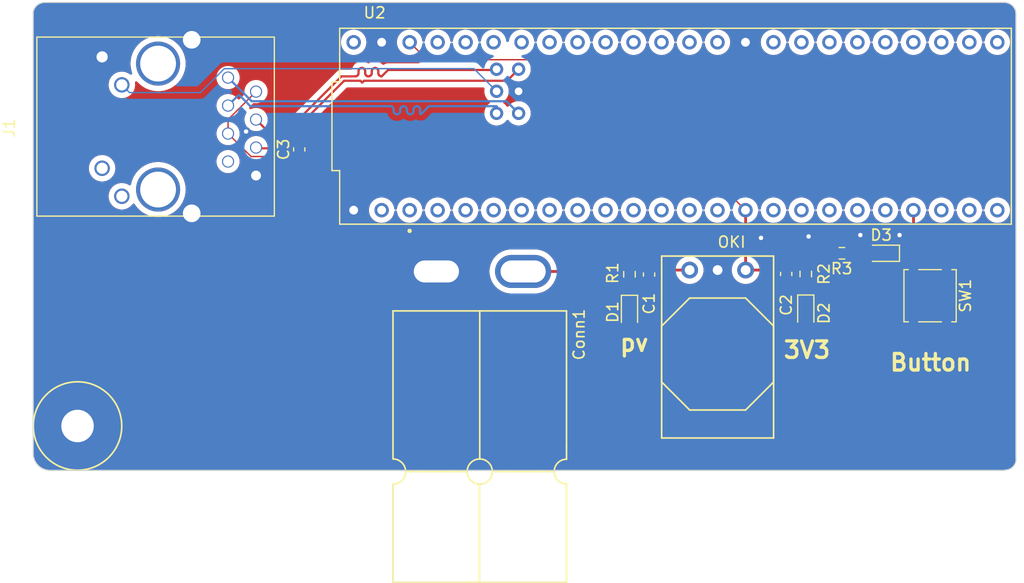
<source format=kicad_pcb>
(kicad_pcb (version 20221018) (generator pcbnew)
  (layers (0 "F.Cu" signal) (31 "B.Cu" signal) (34 "B.Paste" user) (35 "F.Paste" user) (36 "B.SilkS" user "B.Silkscreen") (37 "F.SilkS" user "F.Silkscreen") (38 "B.Mask" user) (39 "F.Mask" user) (44 "Edge.Cuts" user))
  (net 0 "")
  (net 1 "PV")
  (net 2 "GND")
  (net 3 "+3V3")
  (net 4 "Net-(C3-Pad2)")
  (net 5 "Net-(D1-A)")
  (net 6 "Net-(D2-A)")
  (net 7 "test_button")
  (net 8 "Net-(D3-A)")
  (net 10 "Net-(J1-Pad10)")
  (net 12 "/T+")
  (net 13 "/T-")
  (net 15 "/R+")
  (net 16 "/R-")
  (footprint "Resistor_SMD:R_0603_1608Metric_Pad0.98x0.95mm_HandSolder" (layer "F.Cu") (at 151.3605 93.599)
    (fp_text reference "R3" (at -0.0235 1.397) (layer "F.SilkS"))
    (fp_text value "120")
    (fp_line (start -0.254724 -0.5225) (end 0.254724 -0.5225) (stroke (width 0.12)) (layer "F.SilkS"))
    (fp_line (start -0.254724 0.5225) (end 0.254724 0.5225) (stroke (width 0.12)) (layer "F.SilkS"))
    (pad "1" smd roundrect (at -0.9125 0) (size 0.975 0.95) (layers "F.Cu" "F.Paste" "F.Mask") (net 3 "+3V3"))
    (pad "2" smd roundrect (at 0.9125 0) (size 0.975 0.95) (layers "F.Cu" "F.Paste" "F.Mask") (net 8 "Net-(D3-A)"))
  )
  (footprint "LED_SMD:LED_0603_1608Metric_Pad1.05x0.95mm_HandSolder" (layer "F.Cu") (at 154.926 93.599 180)
    (fp_text reference "D3" (at 0 1.651) (layer "F.SilkS"))
    (fp_text value "Blue")
    (fp_line (start -1.66 -0.735) (end -1.66 0.735) (stroke (width 0.12)) (layer "F.SilkS"))
    (fp_line (start -1.66 0.735) (end 0.8 0.735) (stroke (width 0.12)) (layer "F.SilkS"))
    (fp_line (start 0.8 -0.735) (end -1.66 -0.735) (stroke (width 0.12)) (layer "F.SilkS"))
    (pad "1" smd roundrect (at -0.875 0 180) (size 1.05 0.95) (layers "F.Cu" "F.Paste" "F.Mask") (net 7 "test_button"))
    (pad "2" smd roundrect (at 0.875 0 180) (size 1.05 0.95) (layers "F.Cu" "F.Paste" "F.Mask") (net 8 "Net-(D3-A)"))
  )
  (footprint "LED_SMD:LED_0603_1608Metric_Pad1.05x0.95mm_HandSolder" (layer "F.Cu") (at 148.082 99.046 -90)
    (fp_text reference "D2" (at 0 -1.651 90) (layer "F.SilkS"))
    (fp_text value "Green")
    (fp_line (start -1.66 -0.735) (end -1.66 0.735) (stroke (width 0.12)) (layer "F.SilkS"))
    (fp_line (start -1.66 0.735) (end 0.8 0.735) (stroke (width 0.12)) (layer "F.SilkS"))
    (fp_line (start 0.8 -0.735) (end -1.66 -0.735) (stroke (width 0.12)) (layer "F.SilkS"))
    (pad "1" smd roundrect (at -0.875 0 270) (size 1.05 0.95) (layers "F.Cu" "F.Paste" "F.Mask") (net 2 "GND"))
    (pad "2" smd roundrect (at 0.875 0 270) (size 1.05 0.95) (layers "F.Cu" "F.Paste" "F.Mask") (net 6 "Net-(D2-A)"))
  )
  (footprint "MRDT_Devices:OKI_Horizontal" (layer "F.Cu") (at 137.541 95.123)
    (fp_text reference "U1" hide)
    (fp_text value "OKI" (at 3.81 -2.54) (layer "F.SilkS"))
    (fp_line (start -2.54 -1.27) (end 7.62 -1.27) (stroke (width 0.15)) (layer "F.SilkS"))
    (fp_line (start -2.54 5.08) (end 0 2.54) (stroke (width 0.15)) (layer "F.SilkS"))
    (fp_line (start -2.54 10.16) (end -2.54 5.08) (stroke (width 0.15)) (layer "F.SilkS"))
    (fp_line (start -2.54 15.24) (end -2.54 -1.27) (stroke (width 0.15)) (layer "F.SilkS"))
    (fp_line (start -2.54 15.24) (end 7.62 15.24) (stroke (width 0.15)) (layer "F.SilkS"))
    (fp_line (start 0 2.54) (end 5.08 2.54) (stroke (width 0.15)) (layer "F.SilkS"))
    (fp_line (start 0 12.7) (end -2.54 10.16) (stroke (width 0.15)) (layer "F.SilkS"))
    (fp_line (start 5.08 2.54) (end 7.62 5.08) (stroke (width 0.15)) (layer "F.SilkS"))
    (fp_line (start 5.08 12.7) (end 0 12.7) (stroke (width 0.15)) (layer "F.SilkS"))
    (fp_line (start 7.62 -1.27) (end 7.62 15.24) (stroke (width 0.15)) (layer "F.SilkS"))
    (fp_line (start 7.62 5.08) (end 7.62 10.16) (stroke (width 0.15)) (layer "F.SilkS"))
    (fp_line (start 7.62 10.16) (end 5.08 12.7) (stroke (width 0.15)) (layer "F.SilkS"))
    (pad "1" thru_hole circle (at 0 0) (size 1.524 1.524) (drill 0.889) (layers "*.Cu" "*.Mask") (net 1 "PV"))
    (pad "2" thru_hole circle (at 2.54 0) (size 1.524 1.524) (drill 0.889) (layers "*.Cu" "*.Mask") (net 2 "GND"))
    (pad "3" thru_hole circle (at 5.08 0) (size 1.524 1.524) (drill 0.889) (layers "*.Cu" "*.Mask") (net 3 "+3V3"))
  )
  (footprint "MRDT_Connectors:Square_Anderson_2_H_Side_By_Side_PV" (layer "F.Cu") (at 114.254 95.1254 90)
    (fp_text reference "Conn1" (at -5.85 13.25 90) (layer "F.SilkS"))
    (fp_text value "AndersonPP")
    (fp_line (start -28.344 -3.637) (end -28.344 12.111) (stroke (width 0.15)) (layer "F.SilkS"))
    (fp_line (start -28.3186 -3.637) (end -20.5716 -3.637) (stroke (width 0.15)) (layer "F.SilkS"))
    (fp_line (start -28.3186 4.2116) (end -19.4286 4.2116) (stroke (width 0.15)) (layer "F.SilkS"))
    (fp_line (start -20.597 12.111) (end -19.4286 12.111) (stroke (width 0.15)) (layer "F.SilkS"))
    (fp_line (start -20.5716 12.111) (end -28.3186 12.111) (stroke (width 0.15)) (layer "F.SilkS"))
    (fp_line (start -19.4286 -3.637) (end -20.6478 -3.637) (stroke (width 0.15)) (layer "F.SilkS"))
    (fp_line (start -18.2856 -2.494) (end -18.2856 -1.3256) (stroke (width 0.15)) (layer "F.SilkS"))
    (fp_line (start -18.2856 1.951) (end -18.2856 -1.3256) (stroke (width 0.15)) (layer "F.SilkS"))
    (fp_line (start -18.2856 1.951) (end -18.2856 3.094) (stroke (width 0.15)) (layer "F.SilkS"))
    (fp_line (start -18.2856 6.523) (end -18.2856 5.38) (stroke (width 0.15)) (layer "F.SilkS"))
    (fp_line (start -18.2856 6.523) (end -18.2856 9.825) (stroke (width 0.15)) (layer "F.SilkS"))
    (fp_line (start -18.2856 9.7996) (end -18.2856 10.968) (stroke (width 0.15)) (layer "F.SilkS"))
    (fp_line (start -16.025 -3.637) (end -17.1172 -3.637) (stroke (width 0.15)) (layer "F.SilkS"))
    (fp_line (start -15.9996 -3.637) (end -3.706 -3.637) (stroke (width 0.15)) (layer "F.SilkS"))
    (fp_line (start -15.9996 4.237) (end -17.1426 4.237) (stroke (width 0.15)) (layer "F.SilkS"))
    (fp_line (start -15.9996 4.237) (end -3.706 4.237) (stroke (width 0.15)) (layer "F.SilkS"))
    (fp_line (start -15.9996 12.111) (end -3.706 12.111) (stroke (width 0.15)) (layer "F.SilkS"))
    (fp_line (start -15.9742 12.111) (end -17.168 12.111) (stroke (width 0.15)) (layer "F.SilkS"))
    (fp_line (start -3.706 -3.637) (end -3.706 12.111) (stroke (width 0.15)) (layer "F.SilkS"))
    (fp_arc (start -19.4032 12.111) (mid -19.075863 11.320737) (end -18.2856 10.9934) (stroke (width 0.15)) (layer "F.SilkS"))
    (fp_arc (start -18.2856 -2.494) (mid -19.093823 -2.828777) (end -19.4286 -3.637) (stroke (width 0.15)) (layer "F.SilkS"))
    (fp_arc (start -18.2856 10.9934) (mid -17.495337 11.320737) (end -17.168 12.111) (stroke (width 0.15)) (layer "F.SilkS"))
    (fp_arc (start -17.1426 -3.637) (mid -17.477377 -2.828777) (end -18.2856 -2.494) (stroke (width 0.15)) (layer "F.SilkS"))
    (fp_circle (center -18.2856 4.237) (end -18.2856 5.38) (stroke (width 0.15)) (fill none) (layer "F.SilkS"))
    (pad "1" thru_hole oval (at -0.1246 0.3 90) (size 3 5.1) (drill oval 2 4.1) (layers "*.Cu" "*.Mask") (net 2 "GND"))
    (pad "4" thru_hole oval (at -0.1246 8.174 90) (size 3 5.1) (drill oval 2 4.1) (layers "*.Cu" "*.Mask") (net 1 "PV"))
  )
  (footprint "Button_Switch_SMD:SW_SPST_TL3305A" (layer "F.Cu") (at 159.361 97.453 -90)
    (fp_text reference "SW1" (at 0 -3.2 90) (layer "F.SilkS"))
    (fp_text value "SW_Push")
    (fp_line (start -2.37 -2.37) (end -2.37 -1.97) (stroke (width 0.12)) (layer "F.SilkS"))
    (fp_line (start -2.37 -2.37) (end 2.37 -2.37) (stroke (width 0.12)) (layer "F.SilkS"))
    (fp_line (start -2.37 1.03) (end -2.37 -1.03) (stroke (width 0.12)) (layer "F.SilkS"))
    (fp_line (start -2.37 2.37) (end -2.37 1.97) (stroke (width 0.12)) (layer "F.SilkS"))
    (fp_line (start -2.37 2.37) (end 2.37 2.37) (stroke (width 0.12)) (layer "F.SilkS"))
    (fp_line (start 2.37 -2.37) (end 2.37 -1.97) (stroke (width 0.12)) (layer "F.SilkS"))
    (fp_line (start 2.37 1.03) (end 2.37 -1.03) (stroke (width 0.12)) (layer "F.SilkS"))
    (fp_line (start 2.37 2.37) (end 2.37 1.97) (stroke (width 0.12)) (layer "F.SilkS"))
    (pad "1" smd rect (at -3.6 -1.5 270) (size 1.6 1.4) (layers "F.Cu" "F.Paste" "F.Mask") (net 2 "GND"))
    (pad "1" smd rect (at 3.6 -1.5 270) (size 1.6 1.4) (layers "F.Cu" "F.Paste" "F.Mask") (net 2 "GND"))
    (pad "2" smd rect (at -3.6 1.5 270) (size 1.6 1.4) (layers "F.Cu" "F.Paste" "F.Mask") (net 7 "test_button"))
    (pad "2" smd rect (at 3.6 1.5 270) (size 1.6 1.4) (layers "F.Cu" "F.Paste" "F.Mask") (net 7 "test_button"))
  )
  (footprint "Resistor_SMD:R_0603_1608Metric_Pad0.98x0.95mm_HandSolder" (layer "F.Cu") (at 132.08 95.504 -90)
    (fp_text reference "R1" (at -0.1035 1.524 90) (layer "F.SilkS"))
    (fp_text value "3k")
    (fp_line (start -0.254724 -0.5225) (end 0.254724 -0.5225) (stroke (width 0.12)) (layer "F.SilkS"))
    (fp_line (start -0.254724 0.5225) (end 0.254724 0.5225) (stroke (width 0.12)) (layer "F.SilkS"))
    (pad "1" smd roundrect (at -0.9125 0 270) (size 0.975 0.95) (layers "F.Cu" "F.Paste" "F.Mask") (net 1 "PV"))
    (pad "2" smd roundrect (at 0.9125 0 270) (size 0.975 0.95) (layers "F.Cu" "F.Paste" "F.Mask") (net 5 "Net-(D1-A)"))
  )
  (footprint "Capacitor_SMD:C_0603_1608Metric_Pad1.08x0.95mm_HandSolder" (layer "F.Cu") (at 133.858 95.5305 -90)
    (fp_text reference "C1" (at 2.6405 0 90) (layer "F.SilkS"))
    (fp_text value "10uF")
    (fp_line (start -0.146267 -0.51) (end 0.146267 -0.51) (stroke (width 0.12)) (layer "F.SilkS"))
    (fp_line (start -0.146267 0.51) (end 0.146267 0.51) (stroke (width 0.12)) (layer "F.SilkS"))
    (pad "1" smd roundrect (at -0.8625 0 270) (size 1.075 0.95) (layers "F.Cu" "F.Paste" "F.Mask") (net 1 "PV"))
    (pad "2" smd roundrect (at 0.8625 0 270) (size 1.075 0.95) (layers "F.Cu" "F.Paste" "F.Mask") (net 2 "GND"))
  )
  (footprint "MRDT_Drill_Holes:4_40_Hole_Corner" (layer "F.Cu") (at 77.978 113.284)
    (fp_text reference "REF**" hide)
    (fp_text value "4_40_Hole" hide)
    (fp_circle (center 4.00812 -4.00812) (end 4.00812 0.00508) (stroke (width 0.15)) (fill none) (layer "F.SilkS"))
    (pad "" np_thru_hole circle (at 4.00812 -4.00812) (size 2.9464 2.9464) (drill 2.9464) (layers "*.Cu" "*.Mask") (clearance 2.5))
  )
  (footprint "Capacitor_SMD:C_0603_1608Metric_Pad1.08x0.95mm_HandSolder" (layer "F.Cu") (at 146.304 95.4775 -90)
    (fp_text reference "C2" (at 2.8205 0 90) (layer "F.SilkS"))
    (fp_text value "10uF")
    (fp_line (start -0.146267 -0.51) (end 0.146267 -0.51) (stroke (width 0.12)) (layer "F.SilkS"))
    (fp_line (start -0.146267 0.51) (end 0.146267 0.51) (stroke (width 0.12)) (layer "F.SilkS"))
    (pad "1" smd roundrect (at -0.8625 0 270) (size 1.075 0.95) (layers "F.Cu" "F.Paste" "F.Mask") (net 3 "+3V3"))
    (pad "2" smd roundrect (at 0.8625 0 270) (size 1.075 0.95) (layers "F.Cu" "F.Paste" "F.Mask") (net 2 "GND"))
  )
  (footprint "MRDT_Connectors:RJ45_Teensy" (layer "F.Cu") (at 76.2966 82.225 -90)
    (fp_text reference "J1" (at 0 0.5 90) (layer "F.SilkS"))
    (fp_text value "8P8C_LED_Shielded")
    (fp_line (start -8.25 -23.55) (end 8 -23.55) (stroke (width 0.12)) (layer "F.SilkS"))
    (fp_line (start -8.25 -2) (end -8.25 -23.55) (stroke (width 0.12)) (layer "F.SilkS"))
    (fp_line (start -8.25 -2) (end 8 -2) (stroke (width 0.12)) (layer "F.SilkS"))
    (fp_line (start 8 -2) (end 8 -23.55) (stroke (width 0.12)) (layer "F.SilkS"))
    (pad "1" thru_hole circle (at -4.57 -19.35 270) (size 1.1 1.1) (drill 0.9) (layers "*.Cu" "*.Mask") (net 12 "/T+"))
    (pad "2" thru_hole circle (at -3.3 -21.89 270) (size 1.1 1.1) (drill 0.9) (layers "*.Cu" "*.Mask") (net 4 "Net-(C3-Pad2)"))
    (pad "3" thru_hole circle (at -2.03 -19.35 270) (size 1.1 1.1) (drill 0.9) (layers "*.Cu" "*.Mask") (net 13 "/T-"))
    (pad "4" thru_hole circle (at -0.76 -21.89 270) (size 1.1 1.1) (drill 0.9) (layers "*.Cu" "*.Mask") (net 15 "/R+"))
    (pad "5" thru_hole circle (at 0.51 -19.35 270) (size 1.1 1.1) (drill 0.9) (layers "*.Cu" "*.Mask") (net 4 "Net-(C3-Pad2)"))
    (pad "6" thru_hole circle (at 1.78 -21.89 270) (size 1.1 1.1) (drill 0.9) (layers "*.Cu" "*.Mask") (net 16 "/R-"))
    (pad "7" thru_hole circle (at 3.05 -19.35 270) (size 1.1 1.1) (drill 0.9) (layers "*.Cu" "*.Mask"))
    (pad "8" thru_hole circle (at 4.32 -21.89 270) (size 1.1 1.1) (drill 0.9) (layers "*.Cu" "*.Mask") (net 2 "GND"))
    (pad "9" thru_hole circle (at -6.45 -7.92 270) (size 1.4 1.4) (drill 1.02) (layers "*.Cu" "*.Mask") (net 2 "GND"))
    (pad "10" thru_hole circle (at -3.91 -9.71 270) (size 1.4 1.4) (drill 1.02) (layers "*.Cu" "*.Mask") (net 10 "Net-(J1-Pad10)"))
    (pad "11" thru_hole circle (at 3.66 -7.92 270) (size 1.4 1.4) (drill 1.02) (layers "*.Cu" "*.Mask"))
    (pad "12" thru_hole circle (at 6.2 -9.71 270) (size 1.4 1.4) (drill 1.02) (layers "*.Cu" "*.Mask"))
    (pad "13" thru_hole circle (at -5.84 -13 270) (size 4 4) (drill 3.25) (layers "*.Cu" "*.Mask"))
    (pad "14" thru_hole circle (at 5.59 -13 270) (size 4 4) (drill 3.25) (layers "*.Cu" "*.Mask"))
    (pad "SH" thru_hole circle (at -8 -16.05 270) (size 2 2) (drill 1.6) (layers "*.Cu" "*.Mask") (net 2 "GND"))
    (pad "SH" thru_hole circle (at 7.75 -16.05 270) (size 2 2) (drill 1.6) (layers "*.Cu" "*.Mask") (net 2 "GND"))
  )
  (footprint "LED_SMD:LED_0603_1608Metric_Pad1.05x0.95mm_HandSolder" (layer "F.Cu") (at 132.08 99.074 -90)
    (fp_text reference "D1" (at -0.141 1.524 90) (layer "F.SilkS"))
    (fp_text value "Green")
    (fp_line (start -1.66 -0.735) (end -1.66 0.735) (stroke (width 0.12)) (layer "F.SilkS"))
    (fp_line (start -1.66 0.735) (end 0.8 0.735) (stroke (width 0.12)) (layer "F.SilkS"))
    (fp_line (start 0.8 -0.735) (end -1.66 -0.735) (stroke (width 0.12)) (layer "F.SilkS"))
    (pad "1" smd roundrect (at -0.875 0 270) (size 1.05 0.95) (layers "F.Cu" "F.Paste" "F.Mask") (net 2 "GND"))
    (pad "2" smd roundrect (at 0.875 0 270) (size 1.05 0.95) (layers "F.Cu" "F.Paste" "F.Mask") (net 5 "Net-(D1-A)"))
  )
  (footprint "Capacitor_SMD:C_0603_1608Metric_Pad1.08x0.95mm_HandSolder" (layer "F.Cu") (at 102.108 84.1745 90)
    (fp_text reference "C3" (at 0 -1.43 90) (layer "F.SilkS"))
    (fp_text value "0.1uF")
    (fp_line (start -0.146267 -0.51) (end 0.146267 -0.51) (stroke (width 0.12)) (layer "F.SilkS"))
    (fp_line (start -0.146267 0.51) (end 0.146267 0.51) (stroke (width 0.12)) (layer "F.SilkS"))
    (pad "1" smd roundrect (at -0.8625 0 90) (size 1.075 0.95) (layers "F.Cu" "F.Paste" "F.Mask") (net 2 "GND"))
    (pad "2" smd roundrect (at 0.8625 0 90) (size 1.075 0.95) (layers "F.Cu" "F.Paste" "F.Mask") (net 4 "Net-(C3-Pad2)"))
  )
  (footprint "MRDT_Shields:Teensy_4_1_Ethernet" (layer "F.Cu") (at 136.2566 82.067)
    (fp_text reference "U2" (at -27.305 -10.295) (layer "F.SilkS"))
    (fp_text value "Teensy4.1_DEV-16771")
    (fp_line (start -31.18 4.03) (end -31.18 -4.03) (stroke (width 0.127)) (layer "F.SilkS"))
    (fp_line (start -30.48 -8.89) (end -30.48 -4.03) (stroke (width 0.127)) (layer "F.SilkS"))
    (fp_line (start -30.48 -8.89) (end 30.48 -8.89) (stroke (width 0.127)) (layer "F.SilkS"))
    (fp_line (start -30.48 -4.03) (end -31.18 -4.03) (stroke (width 0.127)) (layer "F.SilkS"))
    (fp_line (start -30.48 4.03) (end -31.18 4.03) (stroke (width 0.127)) (layer "F.SilkS"))
    (fp_line (start -30.48 8.89) (end -30.48 4.03) (stroke (width 0.127)) (layer "F.SilkS"))
    (fp_line (start 30.48 -8.89) (end 30.48 8.89) (stroke (width 0.127)) (layer "F.SilkS"))
    (fp_line (start 30.48 8.89) (end -30.48 8.89) (stroke (width 0.127)) (layer "F.SilkS"))
    (fp_circle (center -24.13 9.5) (end -24.03 9.5) (stroke (width 0.2)) (fill none) (layer "F.SilkS"))
    (pad "0" thru_hole circle (at -26.67 7.62) (size 1.308 1.308) (drill 0.8) (layers "*.Cu" "*.Mask"))
    (pad "1" thru_hole circle (at -24.13 7.62) (size 1.308 1.308) (drill 0.8) (layers "*.Cu" "*.Mask"))
    (pad "2" thru_hole circle (at -21.59 7.62) (size 1.308 1.308) (drill 0.8) (layers "*.Cu" "*.Mask"))
    (pad "3" thru_hole circle (at -19.05 7.62) (size 1.308 1.308) (drill 0.8) (layers "*.Cu" "*.Mask"))
    (pad "3.3V_1" thru_hole circle (at 6.35 7.62) (size 1.308 1.308) (drill 0.8) (layers "*.Cu" "*.Mask") (net 3 "+3V3"))
    (pad "3.3V_2" thru_hole circle (at -24.13 -7.62) (size 1.308 1.308) (drill 0.8) (layers "*.Cu" "*.Mask") (net 3 "+3V3"))
    (pad "4" thru_hole circle (at -16.51 7.62) (size 1.308 1.308) (drill 0.8) (layers "*.Cu" "*.Mask"))
    (pad "5" thru_hole circle (at -13.97 7.62) (size 1.308 1.308) (drill 0.8) (layers "*.Cu" "*.Mask"))
    (pad "6" thru_hole circle (at -11.43 7.62) (size 1.308 1.308) (drill 0.8) (layers "*.Cu" "*.Mask"))
    (pad "7" thru_hole circle (at -8.89 7.62) (size 1.308 1.308) (drill 0.8) (layers "*.Cu" "*.Mask"))
    (pad "8" thru_hole circle (at -6.35 7.62) (size 1.308 1.308) (drill 0.8) (layers "*.Cu" "*.Mask"))
    (pad "9" thru_hole circle (at -3.81 7.62) (size 1.308 1.308) (drill 0.8) (layers "*.Cu" "*.Mask"))
    (pad "10" thru_hole circle (at -1.27 7.62) (size 1.308 1.308) (drill 0.8) (layers "*.Cu" "*.Mask"))
    (pad "11" thru_hole circle (at 1.27 7.62) (size 1.308 1.308) (drill 0.8) (layers "*.Cu" "*.Mask"))
    (pad "12" thru_hole circle (at 3.81 7.62) (size 1.308 1.308) (drill 0.8) (layers "*.Cu" "*.Mask"))
    (pad "13" thru_hole circle (at 3.81 -7.62) (size 1.308 1.308) (drill 0.8) (layers "*.Cu" "*.Mask"))
    (pad "14" thru_hole circle (at 1.27 -7.62) (size 1.308 1.308) (drill 0.8) (layers "*.Cu" "*.Mask"))
    (pad "15" thru_hole circle (at -1.27 -7.62) (size 1.308 1.308) (drill 0.8) (layers "*.Cu" "*.Mask"))
    (pad "16" thru_hole circle (at -3.81 -7.62) (size 1.308 1.308) (drill 0.8) (layers "*.Cu" "*.Mask"))
    (pad "17" thru_hole circle (at -6.35 -7.62) (size 1.308 1.308) (drill 0.8) (layers "*.Cu" "*.Mask"))
    (pad "18" thru_hole circle (at -8.89 -7.62) (size 1.308 1.308) (drill 0.8) (layers "*.Cu" "*.Mask"))
    (pad "19" thru_hole circle (at -11.43 -7.62) (size 1.308 1.308) (drill 0.8) (layers "*.Cu" "*.Mask"))
    (pad "20" thru_hole circle (at -13.97 -7.62) (size 1.308 1.308) (drill 0.8) (layers "*.Cu" "*.Mask"))
    (pad "21" thru_hole circle (at -16.51 -7.62) (size 1.308 1.308) (drill 0.8) (layers "*.Cu" "*.Mask"))
    (pad "22" thru_hole circle (at -19.05 -7.62) (size 1.308 1.308) (drill 0.8) (layers "*.Cu" "*.Mask"))
    (pad "23" thru_hole circle (at -21.59 -7.62) (size 1.308 1.308) (drill 0.8) (layers "*.Cu" "*.Mask"))
    (pad "24" thru_hole circle (at 8.89 7.62) (size 1.308 1.308) (drill 0.8) (layers "*.Cu" "*.Mask"))
    (pad "25" thru_hole circle (at 11.43 7.62) (size 1.308 1.308) (drill 0.8) (layers "*.Cu" "*.Mask"))
    (pad "26" thru_hole circle (at 13.97 7.62) (size 1.308 1.308) (drill 0.8) (layers "*.Cu" "*.Mask"))
    (pad "27" thru_hole circle (at 16.51 7.62) (size 1.308 1.308) (drill 0.8) (layers "*.Cu" "*.Mask"))
    (pad "28" thru_hole circle (at 19.05 7.62) (size 1.308 1.308) (drill 0.8) (layers "*.Cu" "*.Mask"))
    (pad "29" thru_hole circle (at 21.59 7.62) (size 1.308 1.308) (drill 0.8) (layers "*.Cu" "*.Mask") (net 7 "test_button"))
    (pad "30" thru_hole circle (at 24.13 7.62) (size 1.308 1.308) (drill 0.8) (layers "*.Cu" "*.Mask"))
    (pad "31" thru_hole circle (at 26.67 7.62) (size 1.308 1.308) (drill 0.8) (layers "*.Cu" "*.Mask"))
    (pad "32" thru_hole circle (at 29.21 7.62) (size 1.308 1.308) (drill 0.8) (layers "*.Cu" "*.Mask"))
    (pad "33" thru_hole circle (at 29.21 -7.62) (size 1.308 1.308) (drill 0.8) (layers "*.Cu" "*.Mask"))
    (pad "34" thru_hole circle (at 26.67 -7.62) (size 1.308 1.308) (drill 0.8) (layers "*.Cu" "*.Mask"))
    (pad "35" thru_hole circle (at 24.13 -7.62) (size 1.308 1.308) (drill 0.8) (layers "*.Cu" "*.Mask"))
    (pad "36" thru_hole circle (at 21.59 -7.62) (size 1.308 1.308) (drill 0.8) (layers "*.Cu" "*.Mask"))
    (pad "37" thru_hole circle (at 19.05 -7.62) (size 1.308 1.308) (drill 0.8) (layers "*.Cu" "*.Mask"))
    (pad "38" thru_hole circle (at 16.51 -7.62) (size 1.308 1.308) (drill 0.8) (layers "*.Cu" "*.Mask"))
    (pad "39" thru_hole circle (at 13.97 -7.62) (size 1.308 1.308) (drill 0.8) (layers "*.Cu" "*.Mask"))
    (pad "40" thru_hole circle (at 11.43 -7.62) (size 1.308 1.308) (drill 0.8) (layers "*.Cu" "*.Mask"))
    (pad "41" thru_hole circle (at 8.89 -7.62) (size 1.308 1.308) (drill 0.8) (layers "*.Cu" "*.Mask"))
    (pad "GND1" thru_hole circle (at -29.21 7.62) (size 1.308 1.308) (drill 0.8) (layers "*.Cu" "*.Mask") (net 2 "GND"))
    (pad "GND2" thru_hole circle (at 6.35 -7.62) (size 1.308 1.308) (drill 0.8) (layers "*.Cu" "*.Mask") (net 2 "GND"))
    (pad "GND3" thru_hole circle (at -26.67 -7.62) (size 1.308 1.308) (drill 0.8) (layers "*.Cu" "*.Mask") (net 2 "GND"))
    (pad "GND5" thru_hole circle (at -14.24 -3.17) (size 1.208 1.208) (drill 0.7) (layers "*.Cu" "*.Mask") (net 2 "GND"))
    (pad "LED" thru_hole circle (at -16.24 -3.17) (size 1.208 1.208) (drill 0.7) (layers "*.Cu" "*.Mask") (net 10 "Net-(J1-Pad10)"))
    (pad "R+" thru_hole circle (at -16.24 -5.17) (size 1.208 1.208) (drill 0.7) (layers "*.Cu" "*.Mask") (net 15 "/R+"))
    (pad "R-" thru_hole circle (at -14.24 -5.17) (size 1.208 1.208) (drill 0.7) (layers "*.Cu" "*.Mask") (net 16 "/R-"))
    (pad "T+" thru_hole circle (at -14.24 -1.17) (size 1.208 1.208) (drill 0.7) (layers "*.Cu" "*.Mask") (net 12 "/T+"))
    (pad "T-" thru_hole circle (at -16.24 -1.17) (size 1.208 1.208) (drill 0.7) (layers "*.Cu" "*.Mask") (net 13 "/T-"))
    (pad "VIN" thru_hole circle (at -29.21 -7.62) (size 1.308 1.308) (drill 0.8) (layers "*.Cu" "*.Mask"))
  )
  (footprint "Resistor_SMD:R_0603_1608Metric_Pad0.98x0.95mm_HandSolder" (layer "F.Cu") (at 148.082 95.4805 -90)
    (fp_text reference "R2" (at 0 -1.651 90) (layer "F.SilkS"))
    (fp_text value "120")
    (fp_line (start -0.254724 -0.5225) (end 0.254724 -0.5225) (stroke (width 0.12)) (layer "F.SilkS"))
    (fp_line (start -0.254724 0.5225) (end 0.254724 0.5225) (stroke (width 0.12)) (layer "F.SilkS"))
    (pad "1" smd roundrect (at -0.9125 0 270) (size 0.975 0.95) (layers "F.Cu" "F.Paste" "F.Mask") (net 3 "+3V3"))
    (pad "2" smd roundrect (at 0.9125 0 270) (size 0.975 0.95) (layers "F.Cu" "F.Paste" "F.Mask") (net 6 "Net-(D2-A)"))
  )
  (gr_arc (start 79.502 113.305021) (mid 78.409505 112.852495) (end 77.956979 111.76) (stroke (width 0.1)) (layer "Edge.Cuts"))
  (gr_line (start 166.116 113.305021) (end 79.502 113.305021) (stroke (width 0.1)) (layer "Edge.Cuts"))
  (gr_arc (start 166.116 70.834732) (mid 166.85653 71.14147) (end 167.163268 71.882) (stroke (width 0.1)) (layer "Edge.Cuts"))
  (gr_arc (start 77.946732 71.882) (mid 78.25347 71.14147) (end 78.994 70.834732) (stroke (width 0.1)) (layer "Edge.Cuts"))
  (gr_arc (start 167.17375 112.268) (mid 166.878 112.982002) (end 166.163998 113.277752) (stroke (width 0.1)) (layer "Edge.Cuts"))
  (gr_line (start 167.163268 71.882) (end 167.163268 112.268) (stroke (width 0.1)) (layer "Edge.Cuts"))
  (gr_line (start 78.994 70.834732) (end 166.116 70.834732) (stroke (width 0.1)) (layer "Edge.Cuts"))
  (gr_line (start 77.956979 111.76) (end 77.956979 71.882) (stroke (width 0.1)) (layer "Edge.Cuts"))
  (gr_text "3V3" (at 145.923 103.251) (layer "F.SilkS") (effects (font (size 1.5 1.5) (thickness 0.3) bold) (justify left bottom)))
  (gr_text "pv" (at 131.064 102.616) (layer "F.SilkS") (effects (font (size 1.5 1.5) (thickness 0.3) bold) (justify left bottom)))
  (gr_text "Button" (at 155.575 104.394) (layer "F.SilkS") (effects (font (size 1.5 1.5) (thickness 0.3) bold) (justify left bottom)))
  (segment (start 132.08 94.5915) (end 133.7815 94.5915) (width 0.254) (layer "F.Cu") (net 1))
  (segment (start 134.313 95.123) (end 137.541 95.123) (width 0.254) (layer "F.Cu") (net 1))
  (segment (start 122.428 95.25) (end 131.4215 95.25) (width 0.254) (layer "F.Cu") (net 1))
  (segment (start 133.7815 94.5915) (end 133.858 94.668) (width 0.254) (layer "F.Cu") (net 1))
  (segment (start 131.4215 95.25) (end 132.08 94.5915) (width 0.254) (layer "F.Cu") (net 1))
  (segment (start 133.858 94.668) (end 134.313 95.123) (width 0.254) (layer "F.Cu") (net 1))
  (via (at 153.035 91.948) (size 0.8) (drill 0.4) (layers "F.Cu" "B.Cu") (net 2))
  (via (at 144.018 92.202) (size 0.8) (drill 0.4) (layers "F.Cu" "B.Cu") (net 2))
  (via (at 148.336 92.075) (size 0.8) (drill 0.4) (layers "F.Cu" "B.Cu") (net 2))
  (via (at 156.591 91.948) (size 0.8) (drill 0.4) (layers "F.Cu" "B.Cu") (net 2))
  (via (at 97.282 82.55) (size 0.8) (drill 0.4) (layers "F.Cu" "B.Cu") (net 2))
  (segment (start 148.082 94.568) (end 149.479 94.568) (width 0.254) (layer "F.Cu") (net 3))
  (segment (start 142.621 95.123) (end 142.621 89.7014) (width 0.254) (layer "F.Cu") (net 3))
  (segment (start 113.7091 76.0295) (end 128.9491 76.0295) (width 0.127) (layer "F.Cu") (net 3))
  (segment (start 128.9491 76.0295) (end 142.6066 89.687) (width 0.127) (layer "F.Cu") (net 3))
  (segment (start 112.1266 74.447) (end 113.7091 76.0295) (width 0.127) (layer "F.Cu") (net 3))
  (segment (start 142.621 95.123) (end 145.796 95.123) (width 0.254) (layer "F.Cu") (net 3))
  (segment (start 142.621 89.7014) (end 142.6066 89.687) (width 0.254) (layer "F.Cu") (net 3))
  (segment (start 148.035 94.615) (end 148.082 94.568) (width 0.254) (layer "F.Cu") (net 3))
  (segment (start 146.304 94.615) (end 148.035 94.615) (width 0.254) (layer "F.Cu") (net 3))
  (segment (start 145.796 95.123) (end 146.304 94.615) (width 0.254) (layer "F.Cu") (net 3))
  (segment (start 149.479 94.568) (end 150.448 93.599) (width 0.254) (layer "F.Cu") (net 3))
  (segment (start 100.6015 84.8185) (end 97.7301 84.8185) (width 0.127) (layer "F.Cu") (net 4))
  (segment (start 97.7301 84.8185) (end 95.6466 82.735) (width 0.127) (layer "F.Cu") (net 4))
  (segment (start 95.6466 82.735) (end 95.6466 81.465) (width 0.127) (layer "F.Cu") (net 4))
  (segment (start 95.6466 81.465) (end 98.1866 78.925) (width 0.127) (layer "F.Cu") (net 4))
  (segment (start 102.108 83.312) (end 100.6015 84.8185) (width 0.127) (layer "F.Cu") (net 4))
  (segment (start 155.801 93.599) (end 157.607 93.599) (width 0.254) (layer "F.Cu") (net 7))
  (segment (start 157.861 93.853) (end 157.861 89.7014) (width 0.254) (layer "F.Cu") (net 7))
  (segment (start 157.861 101.053) (end 157.861 93.853) (width 0.254) (layer "F.Cu") (net 7))
  (segment (start 157.607 93.599) (end 157.861 93.853) (width 0.254) (layer "F.Cu") (net 7))
  (segment (start 157.861 89.7014) (end 157.8466 89.687) (width 0.254) (layer "F.Cu") (net 7))
  (segment (start 152.273 93.599) (end 154.051 93.599) (width 0.254) (layer "F.Cu") (net 8))
  (segment (start 86.7066 79.015) (end 93.136137 79.015) (width 0.127) (layer "B.Cu") (net 10))
  (segment (start 95.309637 76.8415) (end 117.9611 76.8415) (width 0.127) (layer "B.Cu") (net 10))
  (segment (start 117.9611 76.8415) (end 120.0166 78.897) (width 0.127) (layer "B.Cu") (net 10))
  (segment (start 86.0066 78.315) (end 86.7066 79.015) (width 0.127) (layer "B.Cu") (net 10))
  (segment (start 93.136137 79.015) (end 95.309637 76.8415) (width 0.127) (layer "B.Cu") (net 10))
  (segment (start 97.053518 79.061918) (end 97.053518 79.064682) (width 0.2) (layer "B.Cu") (net 12))
  (segment (start 120.9206 79.801) (end 122.0166 80.897) (width 0.2) (layer "B.Cu") (net 12))
  (segment (start 97.053518 79.064682) (end 97.789836 79.801) (width 0.2) (layer "B.Cu") (net 12))
  (segment (start 97.789836 79.801) (end 120.9206 79.801) (width 0.2) (layer "B.Cu") (net 12))
  (segment (start 95.6466 77.655) (end 97.053518 79.061918) (width 0.2) (layer "B.Cu") (net 12))
  (segment (start 113.076 80.55098) (end 113.076959 80.551939) (width 0.2) (layer "B.Cu") (net 13))
  (segment (start 97.67413 80.25098) (end 110.376 80.25098) (width 0.2) (layer "B.Cu") (net 13))
  (segment (start 113.188518 80.950017) (end 113.687491 80.451044) (width 0.2) (layer "B.Cu") (net 13))
  (segment (start 120.0166 80.25098) (end 120.0166 80.897) (width 0.2) (layer "B.Cu") (net 13))
  (segment (start 95.6466 80.195) (end 96.573151 79.268449) (width 0.2) (layer "B.Cu") (net 13))
  (segment (start 113.076959 80.950017) (end 113.188518 80.950017) (width 0.2) (layer "B.Cu") (net 13))
  (segment (start 111.276 80.685439) (end 111.276 80.55098) (width 0.2) (layer "B.Cu") (net 13))
  (segment (start 112.728679 80.252211) (end 112.776 80.25098) (width 0.2) (layer "B.Cu") (net 13))
  (segment (start 96.691599 79.268449) (end 97.67413 80.25098) (width 0.2) (layer "B.Cu") (net 13))
  (segment (start 96.573151 79.268449) (end 96.691599 79.268449) (width 0.2) (layer "B.Cu") (net 13))
  (segment (start 112.476 80.685439) (end 112.476 80.55098) (width 0.2) (layer "B.Cu") (net 13))
  (segment (start 110.676 80.55098) (end 110.676 80.685439) (width 0.2) (layer "B.Cu") (net 13))
  (segment (start 113.973444 80.25098) (end 120.0166 80.25098) (width 0.2) (layer "B.Cu") (net 13))
  (segment (start 113.076959 80.950017) (end 113.076 80.950976) (width 0.2) (layer "B.Cu") (net 13))
  (segment (start 111.876 80.55098) (end 111.876 80.685439) (width 0.2) (layer "B.Cu") (net 13))
  (segment (start 113.076959 80.551939) (end 113.076959 80.950017) (width 0.2) (layer "B.Cu") (net 13))
  (arc (start 110.976 80.985439) (mid 111.188132 80.897571) (end 111.276 80.685439) (width 0.2) (layer "B.Cu") (net 13))
  (arc (start 113.687491 80.451044) (mid 113.798952 80.30596) (end 113.973444 80.25098) (width 0.2) (layer "B.Cu") (net 13))
  (arc (start 112.776 80.25098) (mid 112.988132 80.338848) (end 113.076 80.55098) (width 0.2) (layer "B.Cu") (net 13))
  (arc (start 111.876 80.685439) (mid 111.963868 80.897571) (end 112.176 80.985439) (width 0.2) (layer "B.Cu") (net 13))
  (arc (start 112.476 80.55098) (mid 112.545975 80.354525) (end 112.728679 80.252211) (width 0.2) (layer "B.Cu") (net 13))
  (arc (start 111.276 80.55098) (mid 111.363868 80.338848) (end 111.576 80.25098) (width 0.2) (layer "B.Cu") (net 13))
  (arc (start 112.176 80.985439) (mid 112.388132 80.897571) (end 112.476 80.685439) (width 0.2) (layer "B.Cu") (net 13))
  (arc (start 110.676 80.685439) (mid 110.763868 80.897571) (end 110.976 80.985439) (width 0.2) (layer "B.Cu") (net 13))
  (arc (start 111.576 80.25098) (mid 111.788132 80.338848) (end 111.876 80.55098) (width 0.2) (layer "B.Cu") (net 13))
  (arc (start 110.376 80.25098) (mid 110.588132 80.338848) (end 110.676 80.55098) (width 0.2) (layer "B.Cu") (net 13))
  (segment (start 109.540679 77.541789) (end 109.450667 77.512544) (width 0.2) (layer "F.Cu") (net 15))
  (segment (start 108.525324 77.512526) (end 108.435318 77.541769) (width 0.2) (layer "F.Cu") (net 15))
  (segment (start 107.740678 76.779897) (end 107.650665 76.809142) (width 0.2) (layer "F.Cu") (net 15))
  (segment (start 108.774089 76.864756) (end 108.71845 76.941321) (width 0.2) (layer "F.Cu") (net 15))
  (segment (start 109.289214 77.290341) (end 109.288 77.24302) (width 0.2) (layer "F.Cu") (net 15))
  (segment (start 100.681992 82.804) (end 99.5256 82.804) (width 0.2) (layer "F.Cu") (net 15))
  (segment (start 107.574093 76.864769) (end 107.518457 76.941334) (width 0.2) (layer "F.Cu") (net 15))
  (segment (start 109.374098 77.456916) (end 109.318465 77.380351) (width 0.2) (layer "F.Cu") (net 15))
  (segment (start 108.601888 77.456902) (end 108.525324 77.512526) (width 0.2) (layer "F.Cu") (net 15))
  (segment (start 109.201878 76.864789) (end 109.125317 76.80917) (width 0.2) (layer "F.Cu") (net 15))
  (segment (start 109.588 77.54302) (end 109.540679 77.541789) (width 0.2) (layer "F.Cu") (net 15))
  (segment (start 107.650665 76.809142) (end 107.574093 76.864769) (width 0.2) (layer "F.Cu") (net 15))
  (segment (start 107.486766 77.290338) (end 107.457517 77.380342) (width 0.2) (layer "F.Cu") (net 15))
  (segment (start 107.788 76.778666) (end 107.740678 76.779897) (width 0.2) (layer "F.Cu") (net 15))
  (segment (start 108.688 77.24302) (end 108.686766 77.290338) (width 0.2) (layer "F.Cu") (net 15))
  (segment (start 108.940677 76.779885) (end 108.850662 76.809129) (width 0.2) (layer "F.Cu") (net 15))
  (segment (start 107.457517 77.380342) (end 107.401888 77.456902) (width 0.2) (layer "F.Cu") (net 15))
  (segment (start 108.71845 76.941321) (end 108.689192 77.031331) (width 0.2) (layer "F.Cu") (net 15))
  (segment (start 108.686766 77.290338) (end 108.657517 77.380342) (width 0.2) (layer "F.Cu") (net 15))
  (segment (start 108.688 77.078654) (end 108.688 77.24302) (width 0.2) (layer "F.Cu") (net 15))
  (segment (start 108.057512 76.94135) (end 108.001883 76.864793) (width 0.2) (layer "F.Cu") (net 15))
  (segment (start 107.235318 77.541769) (end 107.188 77.54302) (width 0.2) (layer "F.Cu") (net 15))
  (segment (start 108.340679 77.541789) (end 108.250667 77.512544) (width 0.2) (layer "F.Cu") (net 15))
  (segment (start 120.0166 76.897) (end 119.9516 76.962) (width 0.2) (layer "F.Cu") (net 15))
  (segment (start 107.489202 77.031344) (end 107.488 77.078666) (width 0.2) (layer "F.Cu") (net 15))
  (segment (start 108.435318 77.541769) (end 108.388 77.54302) (width 0.2) (layer "F.Cu") (net 15))
  (segment (start 108.118465 77.380351) (end 108.089214 77.290341) (width 0.2) (layer "F.Cu") (net 15))
  (segment (start 108.089214 77.290341) (end 108.088 77.24302) (width 0.2) (layer "F.Cu") (net 15))
  (segment (start 107.325324 77.512526) (end 107.235318 77.541769) (width 0.2) (layer "F.Cu") (net 15))
  (segment (start 107.401888 77.456902) (end 107.325324 77.512526) (width 0.2) (layer "F.Cu") (net 15))
  (segment (start 108.388 77.54302) (end 108.340679 77.541789) (width 0.2) (layer "F.Cu") (net 15))
  (segment (start 109.257508 76.941342) (end 109.201878 76.864789) (width 0.2) (layer "F.Cu") (net 15))
  (segment (start 110.16902 76.962) (end 109.588 77.54302) (width 0.2) (layer "F.Cu") (net 15))
  (segment (start 109.286762 77.031338) (end 109.257508 76.941342) (width 0.2) (layer "F.Cu") (net 15))
  (segment (start 107.835317 76.779931) (end 107.788 76.778666) (width 0.2) (layer "F.Cu") (net 15))
  (segment (start 108.001883 76.864793) (end 107.92532 76.809172) (width 0.2) (layer "F.Cu") (net 15))
  (segment (start 99.5256 82.804) (end 98.1866 81.465) (width 0.2) (layer "F.Cu") (net 15))
  (segment (start 107.92532 76.809172) (end 107.835317 76.779931) (width 0.2) (layer "F.Cu") (net 15))
  (segment (start 107.518457 76.941334) (end 107.489202 77.031344) (width 0.2) (layer "F.Cu") (net 15))
  (segment (start 109.318465 77.380351) (end 109.289214 77.290341) (width 0.2) (layer "F.Cu") (net 15))
  (segment (start 107.488 77.24302) (end 107.486766 77.290338) (width 0.2) (layer "F.Cu") (net 15))
  (segment (start 108.689192 77.031331) (end 108.688 77.078654) (width 0.2) (layer "F.Cu") (net 15))
  (segment (start 108.250667 77.512544) (end 108.174098 77.456916) (width 0.2) (layer "F.Cu") (net 15))
  (segment (start 108.174098 77.456916) (end 108.118465 77.380351) (width 0.2) (layer "F.Cu") (net 15))
  (segment (start 109.288 77.24302) (end 109.288 77.078654) (width 0.2) (layer "F.Cu") (net 15))
  (segment (start 108.988 76.778654) (end 108.940677 76.779885) (width 0.2) (layer "F.Cu") (net 15))
  (segment (start 109.288 77.078654) (end 109.286762 77.031338) (width 0.2) (layer "F.Cu") (net 15))
  (segment (start 108.850662 76.809129) (end 108.774089 76.864756) (width 0.2) (layer "F.Cu") (net 15))
  (segment (start 109.125317 76.80917) (end 109.035316 76.77993) (width 0.2) (layer "F.Cu") (net 15))
  (segment (start 107.188 77.54302) (end 105.942972 77.54302) (width 0.2) (layer "F.Cu") (net 15))
  (segment (start 108.657517 77.380342) (end 108.601888 77.456902) (width 0.2) (layer "F.Cu") (net 15))
  (segment (start 108.088 77.078666) (end 108.086764 77.031349) (width 0.2) (layer "F.Cu") (net 15))
  (segment (start 108.088 77.24302) (end 108.088 77.078666) (width 0.2) (layer "F.Cu") (net 15))
  (segment (start 109.450667 77.512544) (end 109.374098 77.456916) (width 0.2) (layer "F.Cu") (net 15))
  (segment (start 107.488 77.078666) (end 107.488 77.24302) (width 0.2) (layer "F.Cu") (net 15))
  (segment (start 119.9516 76.962) (end 110.16902 76.962) (width 0.2) (layer "F.Cu") (net 15))
  (segment (start 105.942972 77.54302) (end 100.681992 82.804) (width 0.2) (layer "F.Cu") (net 15))
  (segment (start 108.086764 77.031349) (end 108.057512 76.94135) (width 0.2) (layer "F.Cu") (net 15))
  (segment (start 109.035316 76.77993) (end 108.988 76.778654) (width 0.2) (layer "F.Cu") (net 15))
  (segment (start 107.66102 77.94302) (end 106.17934 77.94302) (width 0.2) (layer "F.Cu") (net 16))
  (segment (start 98.2556 84.074) (end 98.1866 84.005) (width 0.2) (layer "F.Cu") (net 16))
  (segment (start 107.98498 77.94302) (end 107.823 78.105) (width 0.2) (layer "F.Cu") (net 16))
  (segment (start 100.04836 84.074) (end 98.2556 84.074) (width 0.2) (layer "F.Cu") (net 16))
  (segment (start 106.17934 77.94302) (end 100.04836 84.074) (width 0.2) (layer "F.Cu") (net 16))
  (segment (start 107.823 78.105) (end 107.66102 77.94302) (width 0.2) (layer "F.Cu") (net 16))
  (segment (start 120.97058 77.94302) (end 107.98498 77.94302) (width 0.2) (layer "F.Cu") (net 16))
  (segment (start 122.0166 76.897) (end 120.97058 77.94302) (width 0.2) (layer "F.Cu") (net 16))
  (zone (net 2) (net_name "GND") (layers "F&B.Cu") (connect_pads yes (clearance 0.5)) (min_thickness 0.25) (fill yes (thermal_gap 0.5) (thermal_bridge_width 0.5))
    (polygon (pts (xy 166.878 70.612) (xy 77.47 70.612) (xy 77.47 113.792) (xy 167.894 113.792) (xy 167.64 71.628)))
  )
)
</source>
